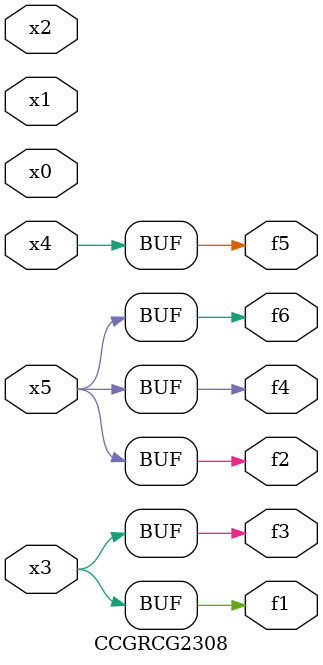
<source format=v>
module CCGRCG2308(
	input x0, x1, x2, x3, x4, x5,
	output f1, f2, f3, f4, f5, f6
);
	assign f1 = x3;
	assign f2 = x5;
	assign f3 = x3;
	assign f4 = x5;
	assign f5 = x4;
	assign f6 = x5;
endmodule

</source>
